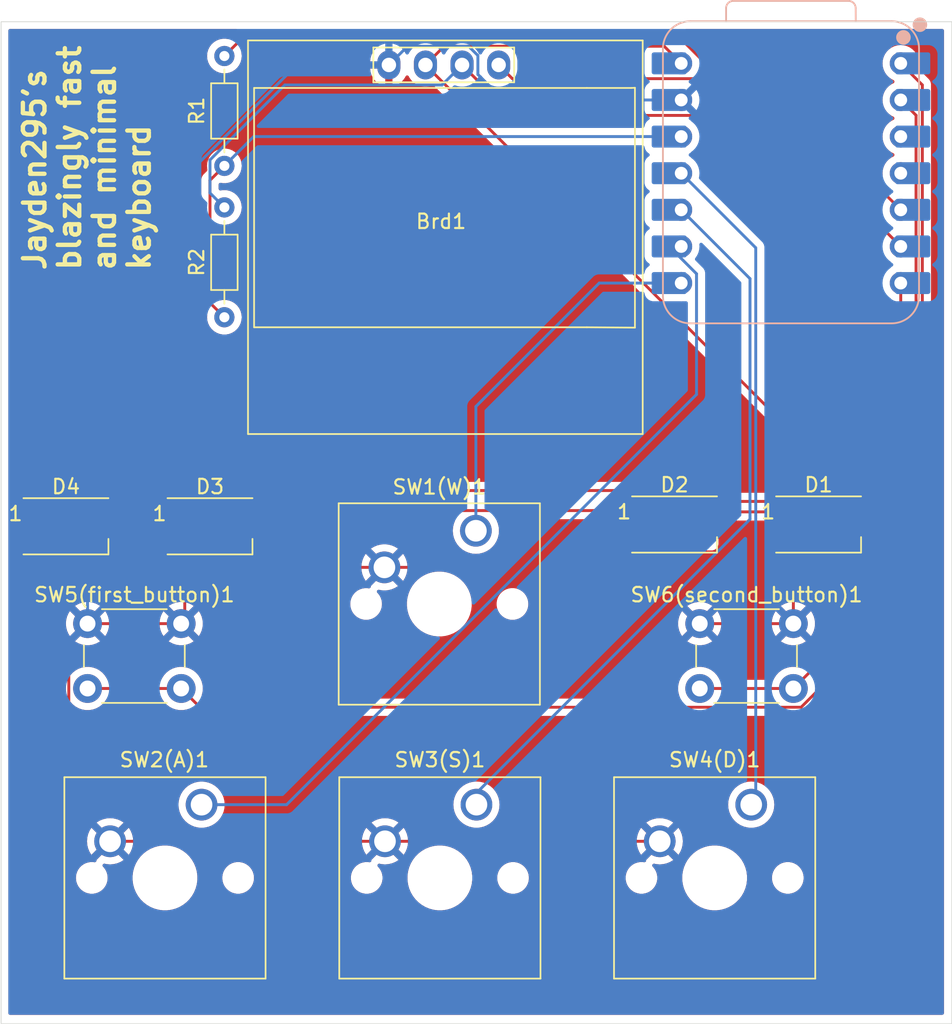
<source format=kicad_pcb>
(kicad_pcb (version 20240108) (generator "pcbnew") (generator_version "8.0")
  (title_block (title "wasdup-chat"))
  (layers (0 "F.Cu" signal) (31 "B.Cu" signal) (34 "B.Paste" user) (35 "F.Paste" user) (36 "B.SilkS" user "B.Silkscreen") (37 "F.SilkS" user "F.Silkscreen") (38 "B.Mask" user) (39 "F.Mask" user) (44 "Edge.Cuts" user))
  (net 0 "")
  (net 1 "Net-(U1-GPIO1{slash}RX)")
  (net 2 "GND")
  (net 3 "Net-(U1-GPIO2{slash}SCK)")
  (net 4 "Net-(U1-GPIO4{slash}MISO)")
  (net 5 "Net-(U1-GPIO3{slash}MOSI)")
  (net 6 "Net-(Brd1-SDA)")
  (net 7 "Net-(D1-DOUT)")
  (net 8 "Net-(D1-DIN)")
  (net 10 "+5V")
  (net 11 "Net-(D2-DOUT)")
  (net 12 "Net-(D3-DOUT)")
  (net 13 "Net-(U1-GPIO26{slash}ADC0{slash}A0)")
  (net 14 "Net-(U1-GPIO27{slash}ADC1{slash}A1)")
  (net 15 "+3.3V")
  (net 18 "Net-(Brd1-SCL)")
  (footprint "LED_SMD:LED_SK6812MINI_PLCC4_3.5x3.5mm_P1.75mm" (layer "F.Cu") (at 43.545 56.6115)
    (property "Reference" "D3" (at 0 -2.75 0) (layer "F.SilkS"))
    (property "Value" "SK6812MINI")
    (fp_line (start -2.95 -1.95) (end 2.95 -1.95) (stroke (width 0.12)) (layer "F.SilkS"))
    (fp_line (start -2.95 1.95) (end 2.95 1.95) (stroke (width 0.12)) (layer "F.SilkS"))
    (fp_line (start 2.95 1.95) (end 2.95 0.875) (stroke (width 0.12)) (layer "F.SilkS"))
    (fp_text user "1" (at -3.5 -0.875 0) (layer "F.SilkS"))
    (pad "1" smd rect (at -1.75 -0.875) (size 1.6 0.85) (layers "F.Cu" "F.Paste" "F.Mask") (net 12 "Net-(D3-DOUT)"))
    (pad "2" smd rect (at -1.75 0.875) (size 1.6 0.85) (layers "F.Cu" "F.Paste" "F.Mask") (net 2 "GND"))
    (pad "3" smd rect (at 1.75 0.875) (size 1.6 0.85) (layers "F.Cu" "F.Paste" "F.Mask") (net 11 "Net-(D2-DOUT)"))
    (pad "4" smd rect (at 1.75 -0.875) (size 1.6 0.85) (layers "F.Cu" "F.Paste" "F.Mask") (net 10 "+5V"))
  )
  (footprint "LED_SMD:LED_SK6812MINI_PLCC4_3.5x3.5mm_P1.75mm" (layer "F.Cu") (at 75.795 56.4865)
    (property "Reference" "D2" (at 0 -2.75 0) (layer "F.SilkS"))
    (property "Value" "SK6812MINI")
    (fp_line (start -2.95 -1.95) (end 2.95 -1.95) (stroke (width 0.12)) (layer "F.SilkS"))
    (fp_line (start -2.95 1.95) (end 2.95 1.95) (stroke (width 0.12)) (layer "F.SilkS"))
    (fp_line (start 2.95 1.95) (end 2.95 0.875) (stroke (width 0.12)) (layer "F.SilkS"))
    (fp_text user "1" (at -3.5 -0.875 0) (layer "F.SilkS"))
    (pad "1" smd rect (at -1.75 -0.875) (size 1.6 0.85) (layers "F.Cu" "F.Paste" "F.Mask") (net 11 "Net-(D2-DOUT)"))
    (pad "2" smd rect (at -1.75 0.875) (size 1.6 0.85) (layers "F.Cu" "F.Paste" "F.Mask") (net 2 "GND"))
    (pad "3" smd rect (at 1.75 0.875) (size 1.6 0.85) (layers "F.Cu" "F.Paste" "F.Mask") (net 7 "Net-(D1-DOUT)"))
    (pad "4" smd rect (at 1.75 -0.875) (size 1.6 0.85) (layers "F.Cu" "F.Paste" "F.Mask") (net 10 "+5V"))
  )
  (footprint "Resistor_THT:R_Axial_DIN0204_L3.6mm_D1.6mm_P7.62mm_Horizontal" (layer "F.Cu") (at 44.545 31.6115 90)
    (property "Reference" "R1" (at 3.81 -1.92 90) (layer "F.SilkS"))
    (property "Value" "R")
    (fp_line (start 5.73 -0.92) (end 1.89 -0.92) (stroke (width 0.12)) (layer "F.SilkS"))
    (fp_line (start 1.89 -0.92) (end 1.89 0.92) (stroke (width 0.12)) (layer "F.SilkS"))
    (fp_line (start 6.68 0) (end 5.73 0) (stroke (width 0.12)) (layer "F.SilkS"))
    (fp_line (start 0.94 0) (end 1.89 0) (stroke (width 0.12)) (layer "F.SilkS"))
    (fp_line (start 5.73 0.92) (end 5.73 -0.92) (stroke (width 0.12)) (layer "F.SilkS"))
    (fp_line (start 1.89 0.92) (end 5.73 0.92) (stroke (width 0.12)) (layer "F.SilkS"))
    (pad "1" thru_hole circle (at 0 0 90) (size 1.4 1.4) (drill 0.7) (layers "*.Cu" "*.Mask") (net 15 "+3.3V"))
    (pad "2" thru_hole oval (at 7.62 0 90) (size 1.4 1.4) (drill 0.7) (layers "*.Cu" "*.Mask") (net 6 "Net-(Brd1-SDA)"))
  )
  (footprint "Button_Switch_THT:SW_PUSH_6mm_H4.3mm" (layer "F.Cu") (at 35.045 63.3615)
    (property "Reference" "SW5(first_button)1" (at 3.25 -2 0) (layer "F.SilkS"))
    (property "Value" "SW_Push")
    (fp_line (start -0.25 1.5) (end -0.25 3) (stroke (width 0.12)) (layer "F.SilkS"))
    (fp_line (start 1 5.5) (end 5.5 5.5) (stroke (width 0.12)) (layer "F.SilkS"))
    (fp_line (start 5.5 -1) (end 1 -1) (stroke (width 0.12)) (layer "F.SilkS"))
    (fp_line (start 6.75 3) (end 6.75 1.5) (stroke (width 0.12)) (layer "F.SilkS"))
    (pad "1" thru_hole circle (at 0 0 90) (size 2 2) (drill 1.1) (layers "*.Cu" "*.Mask") (net 2 "GND"))
    (pad "1" thru_hole circle (at 6.5 0 90) (size 2 2) (drill 1.1) (layers "*.Cu" "*.Mask") (net 2 "GND"))
    (pad "2" thru_hole circle (at 0 4.5 90) (size 2 2) (drill 1.1) (layers "*.Cu" "*.Mask") (net 13 "Net-(U1-GPIO26{slash}ADC0{slash}A0)"))
    (pad "2" thru_hole circle (at 6.5 4.5 90) (size 2 2) (drill 1.1) (layers "*.Cu" "*.Mask") (net 13 "Net-(U1-GPIO26{slash}ADC0{slash}A0)"))
  )
  (footprint "Button_Switch_THT:SW_PUSH_6mm_H4.3mm" (layer "F.Cu") (at 77.545 63.3615)
    (property "Reference" "SW6(second_button)1" (at 3.25 -2 0) (layer "F.SilkS"))
    (property "Value" "SW_Push")
    (fp_line (start -0.25 1.5) (end -0.25 3) (stroke (width 0.12)) (layer "F.SilkS"))
    (fp_line (start 1 5.5) (end 5.5 5.5) (stroke (width 0.12)) (layer "F.SilkS"))
    (fp_line (start 5.5 -1) (end 1 -1) (stroke (width 0.12)) (layer "F.SilkS"))
    (fp_line (start 6.75 3) (end 6.75 1.5) (stroke (width 0.12)) (layer "F.SilkS"))
    (pad "1" thru_hole circle (at 0 0 90) (size 2 2) (drill 1.1) (layers "*.Cu" "*.Mask") (net 2 "GND"))
    (pad "1" thru_hole circle (at 6.5 0 90) (size 2 2) (drill 1.1) (layers "*.Cu" "*.Mask") (net 2 "GND"))
    (pad "2" thru_hole circle (at 0 4.5 90) (size 2 2) (drill 1.1) (layers "*.Cu" "*.Mask") (net 14 "Net-(U1-GPIO27{slash}ADC1{slash}A1)"))
    (pad "2" thru_hole circle (at 6.5 4.5 90) (size 2 2) (drill 1.1) (layers "*.Cu" "*.Mask") (net 14 "Net-(U1-GPIO27{slash}ADC1{slash}A1)"))
  )
  (footprint "Button_Switch_Keyboard:SW_Cherry_MX_1.00u_PCB" (layer "F.Cu") (at 81.12 75.92)
    (property "Reference" "SW4(D)1" (at -2.54 -3.1115 0) (layer "F.SilkS"))
    (property "Value" "SW_Push")
    (fp_line (start -9.525 -1.905) (end 4.445 -1.905) (stroke (width 0.12)) (layer "F.SilkS"))
    (fp_line (start -9.525 12.065) (end -9.525 -1.905) (stroke (width 0.12)) (layer "F.SilkS"))
    (fp_line (start 4.445 -1.905) (end 4.445 12.065) (stroke (width 0.12)) (layer "F.SilkS"))
    (fp_line (start 4.445 12.065) (end -9.525 12.065) (stroke (width 0.12)) (layer "F.SilkS"))
    (pad "" np_thru_hole circle (at -7.62 5.08) (size 1.7 1.7) (drill 1.7) (layers "*.Cu" "*.Mask"))
    (pad "" np_thru_hole circle (at -2.54 5.08) (size 4 4) (drill 4) (layers "*.Cu" "*.Mask"))
    (pad "" np_thru_hole circle (at 2.54 5.08) (size 1.7 1.7) (drill 1.7) (layers "*.Cu" "*.Mask"))
    (pad "1" thru_hole circle (at 0 0) (size 2.2 2.2) (drill 1.5) (layers "*.Cu" "*.Mask") (net 5 "Net-(U1-GPIO3{slash}MOSI)"))
    (pad "2" thru_hole circle (at -6.35 2.54) (size 2.2 2.2) (drill 1.5) (layers "*.Cu" "*.Mask") (net 2 "GND"))
  )
  (footprint "LED_SMD:LED_SK6812MINI_PLCC4_3.5x3.5mm_P1.75mm" (layer "F.Cu") (at 33.545 56.6115)
    (property "Reference" "D4" (at 0 -2.75 0) (layer "F.SilkS"))
    (property "Value" "SK6812MINI")
    (fp_line (start -2.95 -1.95) (end 2.95 -1.95) (stroke (width 0.12)) (layer "F.SilkS"))
    (fp_line (start -2.95 1.95) (end 2.95 1.95) (stroke (width 0.12)) (layer "F.SilkS"))
    (fp_line (start 2.95 1.95) (end 2.95 0.875) (stroke (width 0.12)) (layer "F.SilkS"))
    (fp_text user "1" (at -3.5 -0.875 0) (layer "F.SilkS"))
    (pad "1" smd rect (at -1.75 -0.875) (size 1.6 0.85) (layers "F.Cu" "F.Paste" "F.Mask"))
    (pad "2" smd rect (at -1.75 0.875) (size 1.6 0.85) (layers "F.Cu" "F.Paste" "F.Mask") (net 2 "GND"))
    (pad "3" smd rect (at 1.75 0.875) (size 1.6 0.85) (layers "F.Cu" "F.Paste" "F.Mask") (net 12 "Net-(D3-DOUT)"))
    (pad "4" smd rect (at 1.75 -0.875) (size 1.6 0.85) (layers "F.Cu" "F.Paste" "F.Mask") (net 10 "+5V"))
  )
  (footprint "LED_SMD:LED_SK6812MINI_PLCC4_3.5x3.5mm_P1.75mm" (layer "F.Cu") (at 85.795 56.4865)
    (property "Reference" "D1" (at 0 -2.75 0) (layer "F.SilkS"))
    (property "Value" "SK6812MINI")
    (fp_line (start -2.95 -1.95) (end 2.95 -1.95) (stroke (width 0.12)) (layer "F.SilkS"))
    (fp_line (start -2.95 1.95) (end 2.95 1.95) (stroke (width 0.12)) (layer "F.SilkS"))
    (fp_line (start 2.95 1.95) (end 2.95 0.875) (stroke (width 0.12)) (layer "F.SilkS"))
    (fp_text user "1" (at -3.5 -0.875 0) (layer "F.SilkS"))
    (pad "1" smd rect (at -1.75 -0.875) (size 1.6 0.85) (layers "F.Cu" "F.Paste" "F.Mask") (net 7 "Net-(D1-DOUT)"))
    (pad "2" smd rect (at -1.75 0.875) (size 1.6 0.85) (layers "F.Cu" "F.Paste" "F.Mask") (net 2 "GND"))
    (pad "3" smd rect (at 1.75 0.875) (size 1.6 0.85) (layers "F.Cu" "F.Paste" "F.Mask") (net 8 "Net-(D1-DIN)"))
    (pad "4" smd rect (at 1.75 -0.875) (size 1.6 0.85) (layers "F.Cu" "F.Paste" "F.Mask") (net 10 "+5V"))
  )
  (footprint "Button_Switch_Keyboard:SW_Cherry_MX_1.00u_PCB" (layer "F.Cu") (at 62.005 56.92)
    (property "Reference" "SW1(W)1" (at -2.54 -3.0315 0) (layer "F.SilkS"))
    (property "Value" "SW_Push")
    (fp_line (start -9.525 -1.905) (end 4.445 -1.905) (stroke (width 0.12)) (layer "F.SilkS"))
    (fp_line (start -9.525 12.065) (end -9.525 -1.905) (stroke (width 0.12)) (layer "F.SilkS"))
    (fp_line (start 4.445 -1.905) (end 4.445 12.065) (stroke (width 0.12)) (layer "F.SilkS"))
    (fp_line (start 4.445 12.065) (end -9.525 12.065) (stroke (width 0.12)) (layer "F.SilkS"))
    (pad "" np_thru_hole circle (at -7.62 5.08) (size 1.7 1.7) (drill 1.7) (layers "*.Cu" "*.Mask"))
    (pad "" np_thru_hole circle (at -2.54 5.08) (size 4 4) (drill 4) (layers "*.Cu" "*.Mask"))
    (pad "" np_thru_hole circle (at 2.54 5.08) (size 1.7 1.7) (drill 1.7) (layers "*.Cu" "*.Mask"))
    (pad "1" thru_hole circle (at 0 0) (size 2.2 2.2) (drill 1.5) (layers "*.Cu" "*.Mask") (net 1 "Net-(U1-GPIO1{slash}RX)"))
    (pad "2" thru_hole circle (at -6.35 2.54) (size 2.2 2.2) (drill 1.5) (layers "*.Cu" "*.Mask") (net 2 "GND"))
  )
  (footprint "OLED_V2:128x64OLED" (layer "F.Cu") (at 59.585 35.2115)
    (property "Reference" "Brd1" (at 0 0.254 0) (layer "F.SilkS"))
    (property "Value" "SSD1306")
    (fp_line (start -13.4 -12.3) (end 14 -12.3) (stroke (width 0.12)) (layer "F.SilkS"))
    (fp_line (start -13.4 15) (end -13.4 -12.3) (stroke (width 0.12)) (layer "F.SilkS"))
    (fp_line (start -12.978 -9.005) (end 10.122 -9.005) (stroke (width 0.12)) (layer "F.SilkS"))
    (fp_line (start -12.978 7.595) (end -12.978 -9.005) (stroke (width 0.12)) (layer "F.SilkS"))
    (fp_line (start -4.699 -11.811) (end -4.699 -9.398) (stroke (width 0.12)) (layer "F.SilkS"))
    (fp_line (start -4.699 -11.811) (end 5.08 -11.811) (stroke (width 0.12)) (layer "F.SilkS"))
    (fp_line (start 5.08 -11.811) (end 5.08 -9.398) (stroke (width 0.12)) (layer "F.SilkS"))
    (fp_line (start 5.08 -9.398) (end -4.699 -9.398) (stroke (width 0.12)) (layer "F.SilkS"))
    (fp_line (start 10.122 -9.005) (end 13.208 -9.005) (stroke (width 0.12)) (layer "F.SilkS"))
    (fp_line (start 10.122 7.595) (end -12.978 7.595) (stroke (width 0.12)) (layer "F.SilkS"))
    (fp_line (start 10.122 7.595) (end 13.462 7.62) (stroke (width 0.12)) (layer "F.SilkS"))
    (fp_line (start 13.462 -9.017) (end 13.208 -9.005) (stroke (width 0.12)) (layer "F.SilkS"))
    (fp_line (start 13.462 7.62) (end 13.462 -9.017) (stroke (width 0.12)) (layer "F.SilkS"))
    (fp_line (start 14 -12.3) (end 14 15) (stroke (width 0.12)) (layer "F.SilkS"))
    (fp_line (start 14 15) (end -13.4 15) (stroke (width 0.12)) (layer "F.SilkS"))
    (pad "1" thru_hole oval (at -3.62 -10.6 90) (size 2 1.6) (drill 1) (layers "*.Cu" "*.Mask") (net 2 "GND"))
    (pad "2" thru_hole oval (at -1.08 -10.6 90) (size 2 1.6) (drill 1) (layers "*.Cu" "*.Mask") (net 10 "+5V"))
    (pad "3" thru_hole oval (at 1.46 -10.6 90) (size 2 1.6) (drill 1) (layers "*.Cu" "*.Mask") (net 18 "Net-(Brd1-SCL)"))
    (pad "4" thru_hole oval (at 4 -10.6 90) (size 2 1.6) (drill 1) (layers "*.Cu" "*.Mask") (net 6 "Net-(Brd1-SDA)"))
  )
  (footprint "Button_Switch_Keyboard:SW_Cherry_MX_1.00u_PCB" (layer "F.Cu") (at 42.96 75.92)
    (property "Reference" "SW2(A)1" (at -2.585 -3.1115 0) (layer "F.SilkS"))
    (property "Value" "SW_Push")
    (fp_line (start -9.525 -1.905) (end 4.445 -1.905) (stroke (width 0.12)) (layer "F.SilkS"))
    (fp_line (start -9.525 12.065) (end -9.525 -1.905) (stroke (width 0.12)) (layer "F.SilkS"))
    (fp_line (start 4.445 -1.905) (end 4.445 12.065) (stroke (width 0.12)) (layer "F.SilkS"))
    (fp_line (start 4.445 12.065) (end -9.525 12.065) (stroke (width 0.12)) (layer "F.SilkS"))
    (pad "" np_thru_hole circle (at -7.62 5.08) (size 1.7 1.7) (drill 1.7) (layers "*.Cu" "*.Mask"))
    (pad "" np_thru_hole circle (at -2.54 5.08) (size 4 4) (drill 4) (layers "*.Cu" "*.Mask"))
    (pad "" np_thru_hole circle (at 2.54 5.08) (size 1.7 1.7) (drill 1.7) (layers "*.Cu" "*.Mask"))
    (pad "1" thru_hole circle (at 0 0) (size 2.2 2.2) (drill 1.5) (layers "*.Cu" "*.Mask") (net 3 "Net-(U1-GPIO2{slash}SCK)"))
    (pad "2" thru_hole circle (at -6.35 2.54) (size 2.2 2.2) (drill 1.5) (layers "*.Cu" "*.Mask") (net 2 "GND"))
  )
  (footprint "Resistor_THT:R_Axial_DIN0204_L3.6mm_D1.6mm_P7.62mm_Horizontal" (layer "F.Cu") (at 44.545 42.1115 90)
    (property "Reference" "R2" (at 3.81 -1.92 90) (layer "F.SilkS"))
    (property "Value" "R")
    (fp_line (start 5.73 -0.92) (end 1.89 -0.92) (stroke (width 0.12)) (layer "F.SilkS"))
    (fp_line (start 1.89 -0.92) (end 1.89 0.92) (stroke (width 0.12)) (layer "F.SilkS"))
    (fp_line (start 6.68 0) (end 5.73 0) (stroke (width 0.12)) (layer "F.SilkS"))
    (fp_line (start 0.94 0) (end 1.89 0) (stroke (width 0.12)) (layer "F.SilkS"))
    (fp_line (start 5.73 0.92) (end 5.73 -0.92) (stroke (width 0.12)) (layer "F.SilkS"))
    (fp_line (start 1.89 0.92) (end 5.73 0.92) (stroke (width 0.12)) (layer "F.SilkS"))
    (pad "1" thru_hole circle (at 0 0 90) (size 1.4 1.4) (drill 0.7) (layers "*.Cu" "*.Mask") (net 15 "+3.3V"))
    (pad "2" thru_hole oval (at 7.62 0 90) (size 1.4 1.4) (drill 0.7) (layers "*.Cu" "*.Mask") (net 18 "Net-(Brd1-SCL)"))
  )
  (footprint "Button_Switch_Keyboard:SW_Cherry_MX_1.00u_PCB" (layer "F.Cu") (at 62.045 75.92)
    (property "Reference" "SW3(S)1" (at -2.54 -3.1115 0) (layer "F.SilkS"))
    (property "Value" "SW_Push")
    (fp_line (start -9.525 -1.905) (end 4.445 -1.905) (stroke (width 0.12)) (layer "F.SilkS"))
    (fp_line (start -9.525 12.065) (end -9.525 -1.905) (stroke (width 0.12)) (layer "F.SilkS"))
    (fp_line (start 4.445 -1.905) (end 4.445 12.065) (stroke (width 0.12)) (layer "F.SilkS"))
    (fp_line (start 4.445 12.065) (end -9.525 12.065) (stroke (width 0.12)) (layer "F.SilkS"))
    (pad "" np_thru_hole circle (at -7.62 5.08) (size 1.7 1.7) (drill 1.7) (layers "*.Cu" "*.Mask"))
    (pad "" np_thru_hole circle (at -2.54 5.08) (size 4 4) (drill 4) (layers "*.Cu" "*.Mask"))
    (pad "" np_thru_hole circle (at 2.54 5.08) (size 1.7 1.7) (drill 1.7) (layers "*.Cu" "*.Mask"))
    (pad "1" thru_hole circle (at 0 0) (size 2.2 2.2) (drill 1.5) (layers "*.Cu" "*.Mask") (net 4 "Net-(U1-GPIO4{slash}MISO)"))
    (pad "2" thru_hole circle (at -6.35 2.54) (size 2.2 2.2) (drill 1.5) (layers "*.Cu" "*.Mask") (net 2 "GND"))
  )
  (footprint "OPL:XIAO-RP2040-DIP" (layer "B.Cu") (at 83.88 32.12 180)
    (property "Reference" "U1" (hide yes))
    (property "Value" "XIAO-RP2040-DIP")
    (fp_line (start 8.89 8.636) (end 8.89 -8.509) (stroke (width 0.127)) (layer "B.SilkS"))
    (fp_line (start 6.985 -10.414) (end -6.985 -10.414) (stroke (width 0.127)) (layer "B.SilkS"))
    (fp_line (start 4.504 10.541) (end 4.504 11.451) (stroke (width 0.127)) (layer "B.SilkS"))
    (fp_line (start 4.004 11.951) (end -3.991272 11.951) (stroke (width 0.127)) (layer "B.SilkS"))
    (fp_line (start -4.491272 11.451272) (end -4.495 10.541) (stroke (width 0.127)) (layer "B.SilkS"))
    (fp_line (start -6.985 10.541) (end 6.985 10.541) (stroke (width 0.1)) (layer "B.SilkS"))
    (fp_line (start -6.985 10.541) (end 6.985 10.541) (stroke (width 0.127)) (layer "B.SilkS"))
    (fp_line (start -8.89 8.636) (end -8.89 -8.509) (stroke (width 0.127)) (layer "B.SilkS"))
    (fp_arc (start 8.89 8.636) (mid 8.332038 9.983038) (end 6.985 10.541) (stroke (width 0.127)) (layer "B.SilkS"))
    (fp_arc (start 6.985 -10.414) (mid 8.332038 -9.856038) (end 8.89 -8.509) (stroke (width 0.127)) (layer "B.SilkS"))
    (fp_arc (start 4.504 11.451) (mid 4.357553 11.804553) (end 4.004 11.951) (stroke (width 0.127)) (layer "B.SilkS"))
    (fp_arc (start -3.991272 11.951) (mid -4.344724 11.804644) (end -4.491272 11.451272) (stroke (width 0.127)) (layer "B.SilkS"))
    (fp_arc (start -6.985 10.541) (mid -8.332038 9.983038) (end -8.89 8.636) (stroke (width 0.127)) (layer "B.SilkS"))
    (fp_arc (start -8.89 -8.509) (mid -8.332038 -9.856038) (end -6.985 -10.414) (stroke (width 0.127)) (layer "B.SilkS"))
    (fp_circle (center -7.807 9.42) (end -7.807 9.674) (stroke (width 0.5)) (fill solid) (layer "B.SilkS"))
    (fp_circle (center -8.95 10.3) (end -8.95 10.554) (stroke (width 0.5)) (fill solid) (layer "B.SilkS"))
    (pad "1" smd roundrect (at -8.455 7.62) (size 2.432 1.524) (layers "B.Cu" "B.Mask") (roundrect_rratio 0.1) (net 13 "Net-(U1-GPIO26{slash}ADC0{slash}A0)"))
    (pad "1" thru_hole circle (at -7.62 7.62) (size 1.524 1.524) (drill 0.889) (layers "*.Cu" "*.Mask") (net 13 "Net-(U1-GPIO26{slash}ADC0{slash}A0)"))
    (pad "2" smd roundrect (at -8.455 5.08) (size 2.432 1.524) (layers "B.Cu" "B.Mask") (roundrect_rratio 0.1) (net 14 "Net-(U1-GPIO27{slash}ADC1{slash}A1)"))
    (pad "2" thru_hole circle (at -7.62 5.08) (size 1.524 1.524) (drill 0.889) (layers "*.Cu" "*.Mask") (net 14 "Net-(U1-GPIO27{slash}ADC1{slash}A1)"))
    (pad "3" smd roundrect (at -8.455 2.54) (size 2.432 1.524) (layers "B.Cu" "B.Mask") (roundrect_rratio 0.1))
    (pad "3" thru_hole circle (at -7.62 2.54) (size 1.524 1.524) (drill 0.889) (layers "*.Cu" "*.Mask"))
    (pad "4" smd roundrect (at -8.455 0) (size 2.432 1.524) (layers "B.Cu" "B.Mask") (roundrect_rratio 0.1))
    (pad "4" thru_hole circle (at -7.62 0) (size 1.524 1.524) (drill 0.889) (layers "*.Cu" "*.Mask"))
    (pad "5" smd roundrect (at -8.455 -2.54) (size 2.432 1.524) (layers "B.Cu" "B.Mask") (roundrect_rratio 0.1) (net 6 "Net-(Brd1-SDA)"))
    (pad "5" thru_hole circle (at -7.62 -2.54) (size 1.524 1.524) (drill 0.889) (layers "*.Cu" "*.Mask") (net 6 "Net-(Brd1-SDA)"))
    (pad "6" smd roundrect (at -8.455 -5.08) (size 2.432 1.524) (layers "B.Cu" "B.Mask") (roundrect_rratio 0.1) (net 18 "Net-(Brd1-SCL)"))
    (pad "6" thru_hole circle (at -7.62 -5.08) (size 1.524 1.524) (drill 0.889) (layers "*.Cu" "*.Mask") (net 18 "Net-(Brd1-SCL)"))
    (pad "7" smd roundrect (at -8.455 -7.62) (size 2.432 1.524) (layers "B.Cu" "B.Mask") (roundrect_rratio 0.1) (net 8 "Net-(D1-DIN)"))
    (pad "7" thru_hole circle (at -7.62 -7.62) (size 1.524 1.524) (drill 0.889) (layers "*.Cu" "*.Mask") (net 8 "Net-(D1-DIN)"))
    (pad "8" thru_hole circle (at 7.62 -7.62 180) (size 1.524 1.524) (drill 0.889) (layers "*.Cu" "*.Mask") (net 1 "Net-(U1-GPIO1{slash}RX)"))
    (pad "8" smd roundrect (at 8.455 -7.62 180) (size 2.432 1.524) (layers "B.Cu" "B.Mask") (roundrect_rratio 0.1) (net 1 "Net-(U1-GPIO1{slash}RX)"))
    (pad "9" thru_hole circle (at 7.62 -5.08 180) (size 1.524 1.524) (drill 0.889) (layers "*.Cu" "*.Mask") (net 3 "Net-(U1-GPIO2{slash}SCK)"))
    (pad "9" smd roundrect (at 8.455 -5.08 180) (size 2.432 1.524) (layers "B.Cu" "B.Mask") (roundrect_rratio 0.1) (net 3 "Net-(U1-GPIO2{slash}SCK)"))
    (pad "10" thru_hole circle (at 7.62 -2.54 180) (size 1.524 1.524) (drill 0.889) (layers "*.Cu" "*.Mask") (net 4 "Net-(U1-GPIO4{slash}MISO)"))
    (pad "10" smd roundrect (at 8.455 -2.54 180) (size 2.432 1.524) (layers "B.Cu" "B.Mask") (roundrect_rratio 0.1) (net 4 "Net-(U1-GPIO4{slash}MISO)"))
    (pad "11" thru_hole circle (at 7.62 0 180) (size 1.524 1.524) (drill 0.889) (layers "*.Cu" "*.Mask") (net 5 "Net-(U1-GPIO3{slash}MOSI)"))
    (pad "11" smd roundrect (at 8.455 0 180) (size 2.432 1.524) (layers "B.Cu" "B.Mask") (roundrect_rratio 0.1) (net 5 "Net-(U1-GPIO3{slash}MOSI)"))
    (pad "12" thru_hole circle (at 7.62 2.54 180) (size 1.524 1.524) (drill 0.889) (layers "*.Cu" "*.Mask") (net 15 "+3.3V"))
    (pad "12" smd roundrect (at 8.455 2.54 180) (size 2.432 1.524) (layers "B.Cu" "B.Mask") (roundrect_rratio 0.1) (net 15 "+3.3V"))
    (pad "13" thru_hole circle (at 7.62 5.08 180) (size 1.524 1.524) (drill 0.889) (layers "*.Cu" "*.Mask") (net 2 "GND"))
    (pad "13" smd roundrect (at 8.455 5.08 180) (size 2.432 1.524) (layers "B.Cu" "B.Mask") (roundrect_rratio 0.1) (net 2 "GND"))
    (pad "14" thru_hole circle (at 7.62 7.62 180) (size 1.524 1.524) (drill 0.889) (layers "*.Cu" "*.Mask") (net 10 "+5V"))
    (pad "14" smd roundrect (at 8.455 7.62 180) (size 2.432 1.524) (layers "B.Cu" "B.Mask") (roundrect_rratio 0.1) (net 10 "+5V"))
  )
  (gr_rect (start 29.045 21.6115) (end 95.045 91.1115) (stroke (width 0.05)) (fill none) (layer "Edge.Cuts"))
  (gr_text "Jayden295's\nblazingly fast\nand minimal\nkeyboard" (at 39.5 39 90) (layer "F.SilkS") (effects (font (size 1.5 1.5) (thickness 0.3) (bold yes)) (justify left bottom)))
  (segment (start 70.567786 39.74) (end 76.26 39.74) (width 0.2) (layer "B.Cu") (net 1))
  (segment (start 62.005 48.302786) (end 70.567786 39.74) (width 0.2) (layer "B.Cu") (net 1))
  (segment (start 62.005 56.92) (end 62.005 48.302786) (width 0.2) (layer "B.Cu") (net 1))
  (segment (start 74.77 78.46) (end 55.695 78.46) (width 0.2) (layer "F.Cu") (net 2))
  (segment (start 73.6435 59.46) (end 77.545 63.3615) (width 0.2) (layer "F.Cu") (net 2))
  (segment (start 45.54 59.46) (end 55.655 59.46) (width 0.2) (layer "F.Cu") (net 2))
  (segment (start 36.61 78.46) (end 33.745 75.595) (width 0.2) (layer "F.Cu") (net 2))
  (segment (start 74.045 57.3615) (end 74.045 59.8615) (width 0.2) (layer "F.Cu") (net 2))
  (segment (start 74.045 59.8615) (end 77.545 63.3615) (width 0.2) (layer "F.Cu") (net 2))
  (segment (start 55.695 78.46) (end 36.61 78.46) (width 0.2) (layer "F.Cu") (net 2))
  (segment (start 33.745 64.6615) (end 35.045 63.3615) (width 0.2) (layer "F.Cu") (net 2))
  (segment (start 41.6385 63.3615) (end 45.54 59.46) (width 0.2) (layer "F.Cu") (net 2))
  (segment (start 77.545 63.3615) (end 84.045 63.3615) (width 0.2) (layer "F.Cu") (net 2))
  (segment (start 35.045 63.3615) (end 41.545 63.3615) (width 0.2) (layer "F.Cu") (net 2))
  (segment (start 41.795 57.4865) (end 41.795 63.1115) (width 0.2) (layer "F.Cu") (net 2))
  (segment (start 33.745 75.595) (end 33.745 64.6615) (width 0.2) (layer "F.Cu") (net 2))
  (segment (start 55.655 59.46) (end 73.6435 59.46) (width 0.2) (layer "F.Cu") (net 2))
  (segment (start 31.795 60.1115) (end 31.795 57.4865) (width 0.2) (layer "F.Cu") (net 2))
  (segment (start 35.045 63.3615) (end 31.795 60.1115) (width 0.2) (layer "F.Cu") (net 2))
  (segment (start 84.045 57.3615) (end 84.045 63.3615) (width 0.2) (layer "F.Cu") (net 2))
  (segment (start 61.500635 23.3115) (end 57.265 23.3115) (width 0.2) (layer "B.Cu") (net 2))
  (segment (start 76.26 27.04) (end 63.917865 27.04) (width 0.2) (layer "B.Cu") (net 2))
  (segment (start 63.917865 27.04) (end 62.145 25.267135) (width 0.2) (layer "B.Cu") (net 2))
  (segment (start 62.145 23.955865) (end 61.500635 23.3115) (width 0.2) (layer "B.Cu") (net 2))
  (segment (start 57.265 23.3115) (end 55.965 24.6115) (width 0.2) (layer "B.Cu") (net 2))
  (segment (start 35.045 39.1316) (end 49.5651 24.6115) (width 0.2) (layer "B.Cu") (net 2))
  (segment (start 62.145 25.267135) (end 62.145 23.955865) (width 0.2) (layer "B.Cu") (net 2))
  (segment (start 49.5651 24.6115) (end 55.965 24.6115) (width 0.2) (layer "B.Cu") (net 2))
  (segment (start 35.045 63.3615) (end 35.045 39.1316) (width 0.2) (layer "B.Cu") (net 2))
  (segment (start 42.96 75.92) (end 48.868402 75.92) (width 0.2) (layer "B.Cu") (net 3))
  (segment (start 77.322 47.466402) (end 77.322 39.097) (width 0.2) (layer "B.Cu") (net 3))
  (segment (start 77.322 39.097) (end 75.425 37.2) (width 0.2) (layer "B.Cu") (net 3))
  (segment (start 48.868402 75.92) (end 77.322 47.466402) (width 0.2) (layer "B.Cu") (net 3))
  (segment (start 62.045 75.1115) (end 81.035 56.1215) (width 0.2) (layer "B.Cu") (net 4))
  (segment (start 81.035 39.435) (end 76.26 34.66) (width 0.2) (layer "B.Cu") (net 4))
  (segment (start 81.035 56.1215) (end 81.035 39.435) (width 0.2) (layer "B.Cu") (net 4))
  (segment (start 81.435 75.1115) (end 81.435 37.295) (width 0.2) (layer "B.Cu") (net 5))
  (segment (start 81.435 37.295) (end 76.26 32.12) (width 0.2) (layer "B.Cu") (net 5))
  (segment (start 64.5355 25.562) (end 79 25.562) (width 0.2) (layer "F.Cu") (net 6))
  (segment (start 44.545 23.9915) (end 45.625 22.9115) (width 0.2) (layer "F.Cu") (net 6))
  (segment (start 63.585 24.6115) (end 64.5355 25.562) (width 0.2) (layer "F.Cu") (net 6))
  (segment (start 45.625 22.9115) (end 76.3495 22.9115) (width 0.2) (layer "F.Cu") (net 6))
  (segment (start 76.3495 22.9115) (end 79 25.562) (width 0.2) (layer "F.Cu") (net 6))
  (segment (start 82.402 25.562) (end 91.5 34.66) (width 0.2) (layer "F.Cu") (net 6))
  (segment (start 79 25.562) (end 82.402 25.562) (width 0.2) (layer "F.Cu") (net 6))
  (segment (start 79.295 55.6115) (end 77.545 57.3615) (width 0.2) (layer "F.Cu") (net 7))
  (segment (start 84.045 55.6115) (end 79.295 55.6115) (width 0.2) (layer "F.Cu") (net 7))
  (segment (start 91.5 53.7815) (end 91.5 39.74) (width 0.2) (layer "F.Cu") (net 8))
  (segment (start 87.92 57.3615) (end 91.5 53.7815) (width 0.2) (layer "F.Cu") (net 8))
  (segment (start 45.295 55.7365) (end 46.9 54.1315) (width 0.2) (layer "F.Cu") (net 10))
  (segment (start 59.805 23.3115) (end 75.0715 23.3115) (width 0.2) (layer "F.Cu") (net 10))
  (segment (start 87.545 53.6515) (end 58.505 24.6115) (width 0.2) (layer "F.Cu") (net 10))
  (segment (start 76.065 54.1315) (end 77.545 55.6115) (width 0.2) (layer "F.Cu") (net 10))
  (segment (start 44.57 55.0115) (end 36.02 55.0115) (width 0.2) (layer "F.Cu") (net 10))
  (segment (start 46.9 54.1315) (end 76.065 54.1315) (width 0.2) (layer "F.Cu") (net 10))
  (segment (start 75.0715 23.3115) (end 76.26 24.5) (width 0.2) (layer "F.Cu") (net 10))
  (segment (start 45.295 55.7365) (end 44.57 55.0115) (width 0.2) (layer "F.Cu") (net 10))
  (segment (start 36.02 55.0115) (end 35.295 55.7365) (width 0.2) (layer "F.Cu") (net 10))
  (segment (start 58.505 24.6115) (end 59.805 23.3115) (width 0.2) (layer "F.Cu") (net 10))
  (segment (start 87.545 55.6115) (end 87.545 53.6515) (width 0.2) (layer "F.Cu") (net 10))
  (segment (start 86.82 54.8865) (end 78.27 54.8865) (width 0.2) (layer "F.Cu") (net 10))
  (segment (start 87.545 55.6115) (end 86.82 54.8865) (width 0.2) (layer "F.Cu") (net 10))
  (segment (start 78.27 54.8865) (end 77.545 55.6115) (width 0.2) (layer "F.Cu") (net 10))
  (segment (start 45.295 57.4865) (end 47.2615 55.52) (width 0.2) (layer "F.Cu") (net 11))
  (segment (start 47.2615 55.52) (end 73.9535 55.52) (width 0.2) (layer "F.Cu") (net 11))
  (segment (start 41.795 55.7365) (end 37.045 55.7365) (width 0.2) (layer "F.Cu") (net 12))
  (segment (start 37.045 55.7365) (end 35.295 57.4865) (width 0.2) (layer "F.Cu") (net 12))
  (segment (start 41.545 67.8615) (end 35.045 67.8615) (width 0.2) (layer "F.Cu") (net 13))
  (segment (start 93 60.744978) (end 93 26) (width 0.2) (layer "F.Cu") (net 13))
  (segment (start 42.845 69.1615) (end 84.583478 69.1615) (width 0.2) (layer "F.Cu") (net 13))
  (segment (start 41.545 67.8615) (end 42.845 69.1615) (width 0.2) (layer "F.Cu") (net 13))
  (segment (start 93 26) (end 91.5 24.5) (width 0.2) (layer "F.Cu") (net 13))
  (segment (start 84.583478 69.1615) (end 93 60.744978) (width 0.2) (layer "F.Cu") (net 13))
  (segment (start 77.545 67.8615) (end 84.045 67.8615) (width 0.2) (layer "F.Cu") (net 14))
  (segment (start 92.562 28.102) (end 91.5 27.04) (width 0.2) (layer "F.Cu") (net 14))
  (segment (start 84.045 67.8615) (end 92.562 59.3445) (width 0.2) (layer "F.Cu") (net 14))
  (segment (start 92.562 59.3445) (end 92.562 28.102) (width 0.2) (layer "F.Cu") (net 14))
  (segment (start 44.545 42.1115) (end 43.545 41.1115) (width 0.2) (layer "F.Cu") (net 15))
  (segment (start 43.545 32.6115) (end 44.545 31.6115) (width 0.2) (layer "F.Cu") (net 15))
  (segment (start 43.545 41.1115) (end 43.545 32.6115) (width 0.2) (layer "F.Cu") (net 15))
  (segment (start 46.5765 29.58) (end 76.26 29.58) (width 0.2) (layer "B.Cu") (net 15))
  (segment (start 44.545 31.6115) (end 46.5765 29.58) (width 0.2) (layer "B.Cu") (net 15))
  (segment (start 64.546343 28.112843) (end 82.412843 28.112843) (width 0.2) (layer "F.Cu") (net 18))
  (segment (start 82.412843 28.112843) (end 91.5 37.2) (width 0.2) (layer "F.Cu") (net 18))
  (segment (start 61.045 24.6115) (end 64.546343 28.112843) (width 0.2) (layer "F.Cu") (net 18))
  (segment (start 43.545 31.197286) (end 48.742286 26) (width 0.2) (layer "B.Cu") (net 18))
  (segment (start 48.742286 26) (end 59.6565 26) (width 0.2) (layer "B.Cu") (net 18))
  (segment (start 43.545 33.4915) (end 43.545 31.197286) (width 0.2) (layer "B.Cu") (net 18))
  (segment (start 44.545 34.4915) (end 43.545 33.4915) (width 0.2) (layer "B.Cu") (net 18))
  (segment (start 59.6565 26) (end 61.045 24.6115) (width 0.2) (layer "B.Cu") (net 18))
  (zone (net 2) (net_name "GND") (layers "F&B.Cu") (connect_pads (clearance 0.5)) (min_thickness 0.25) (fill yes (thermal_gap 0.5) (thermal_bridge_width 0.5))
    (polygon (pts (xy 29.5 22) (xy 94.5 22) (xy 94.5 90.5) (xy 29.5 90.5)))
  )
)
</source>
